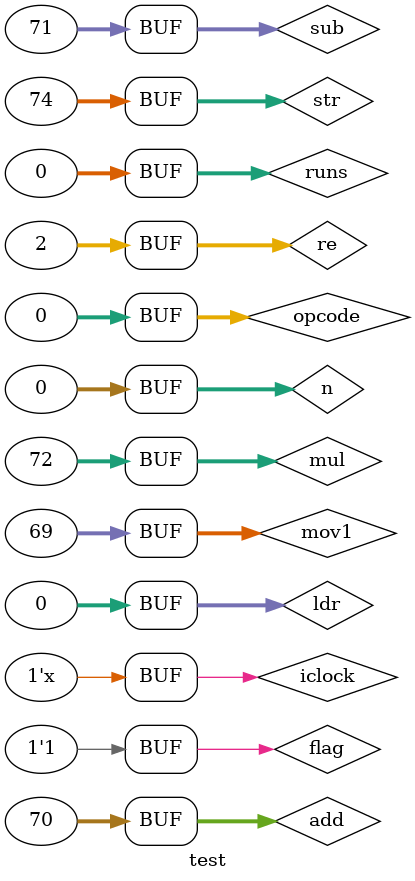
<source format=v>
  
`include "cpu.v"
`timescale 1ns/1ps

module test();
  
  reg [31:0] mov1 = 32'b00000000000000000000000001000101;
  reg [31:0] add= 32'b00000000000000000000000001000110;
  reg [31:0] sub = 32'b00000000000000000000000001000111;
  reg [31:0] mul =  32'b00000000000000000000000001001000;
  reg [31:0] ldr = 32'b00000000000000000000000001001001;    
  reg [31:0] str = 32'b00000000000000000000000001001010;
  
  reg iclock = 1'b1;
  reg [31:0] opcode =  0;
  integer re = 2;
  integer n = 25;
  reg flag = 3'b0;
 
  hall98 UUT(
     .iclock(iclock),
      .opcode(opcode),
      .re(re),
     .n(n),
     .flag(flag)
  );
    integer runs = 0; 
   always #20 iclock <=!iclock;
    initial begin 
    //MOV H , 0x5
    opcode = mov1;
    re = 1;
    n = 15;  
    //MOV  A , 0x5
    #2000;

    opcode = str;
    re = 1;
    n = 0;
    
    #2000;
    opcode = ldr;
    re = 2;
    n = 0;
    
    #200;
    flag = 3'b1;
    end
 endmodule 

</source>
